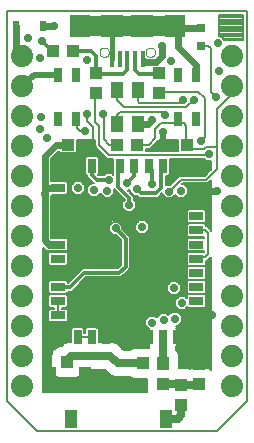
<source format=gtl>
G75*
G70*
%OFA0B0*%
%FSLAX24Y24*%
%IPPOS*%
%LPD*%
%AMOC8*
5,1,8,0,0,1.08239X$1,22.5*
%
%ADD10C,0.0080*%
%ADD11C,0.0740*%
%ADD12R,0.0433X0.0394*%
%ADD13R,0.0157X0.0531*%
%ADD14R,0.0709X0.0768*%
%ADD15R,0.0748X0.0768*%
%ADD16C,0.0000*%
%ADD17R,0.0248X0.0327*%
%ADD18R,0.0472X0.0472*%
%ADD19R,0.0472X0.0276*%
%ADD20R,0.0276X0.0472*%
%ADD21R,0.0945X0.0748*%
%ADD22R,0.0394X0.0433*%
%ADD23R,0.0256X0.0492*%
%ADD24R,0.0315X0.0315*%
%ADD25R,0.0433X0.0551*%
%ADD26R,0.0413X0.0866*%
%ADD27R,0.0394X0.0413*%
%ADD28R,0.0394X0.0591*%
%ADD29C,0.0278*%
%ADD30C,0.0060*%
%ADD31C,0.0120*%
%ADD32C,0.0240*%
%ADD33C,0.0200*%
%ADD34C,0.0320*%
%ADD35C,0.0660*%
%ADD36C,0.0160*%
%ADD37C,0.0220*%
%ADD38C,0.0250*%
D10*
X001243Y001333D02*
X002243Y000333D01*
X008243Y000333D01*
X009243Y001333D01*
X009243Y014333D01*
X001243Y014333D01*
X001243Y001333D01*
X002693Y003483D02*
X002924Y003483D01*
X002940Y003467D01*
X002693Y003483D02*
X002543Y003633D01*
X002543Y005433D01*
X002793Y005683D01*
X003010Y005683D01*
X002940Y005613D01*
X002940Y005140D02*
X002947Y005133D01*
X002940Y004668D02*
X002940Y004195D01*
X003589Y003467D02*
X004062Y003467D01*
X004534Y003467D02*
X004534Y003642D01*
X004534Y003467D02*
X005007Y003467D01*
X005479Y003467D01*
X005951Y003467D01*
X006896Y003467D02*
X006896Y003787D01*
X007093Y003983D01*
X007305Y004195D01*
X007546Y004195D01*
X007093Y003983D02*
X007546Y003530D01*
X007546Y003467D01*
X007546Y006085D02*
X007594Y006133D01*
X007843Y006133D01*
X007943Y006233D01*
X007943Y006933D01*
X007846Y007030D01*
X007546Y007030D01*
X006633Y008323D02*
X007033Y008723D01*
X007873Y008723D01*
X008233Y009083D01*
X008233Y009813D01*
X008223Y009823D01*
X007873Y009823D01*
X007803Y009753D01*
X007357Y009753D01*
X007227Y009883D01*
X007203Y009908D01*
X007203Y010513D01*
X007123Y010593D01*
X006938Y010593D01*
X006938Y010745D01*
X006938Y010593D02*
X006353Y010593D01*
X006183Y010423D01*
X006183Y010103D01*
X005963Y009883D01*
X005577Y009883D01*
X004908Y009883D02*
X004633Y009883D01*
X004453Y010063D01*
X004453Y010893D01*
X004423Y010923D01*
X004163Y010653D02*
X004293Y010523D01*
X004293Y009883D01*
X004633Y009543D01*
X007953Y009543D01*
X007973Y009563D01*
X008233Y009813D02*
X008233Y011073D01*
X008743Y011583D01*
X008743Y011833D01*
X008203Y011473D02*
X008023Y011653D01*
X008023Y013093D01*
X007928Y013188D01*
X007693Y013188D01*
X008293Y013502D02*
X008293Y014193D01*
X009103Y014193D01*
X009103Y013383D01*
X008462Y013383D01*
X008455Y013398D01*
X008388Y013466D01*
X008300Y013502D01*
X008293Y013502D01*
X008304Y013501D02*
X009103Y013501D01*
X009103Y013579D02*
X008293Y013579D01*
X008293Y013658D02*
X009103Y013658D01*
X009103Y013736D02*
X008293Y013736D01*
X008293Y013815D02*
X009103Y013815D01*
X009103Y013893D02*
X008293Y013893D01*
X008293Y013972D02*
X009103Y013972D01*
X009103Y014050D02*
X008293Y014050D01*
X008293Y014129D02*
X009103Y014129D01*
X009103Y013422D02*
X008432Y013422D01*
X007613Y011643D02*
X007823Y011433D01*
X007823Y010143D01*
X007703Y010023D01*
X007546Y009176D02*
X006896Y009176D01*
X006424Y009176D02*
X006327Y009272D01*
X006493Y010883D02*
X006393Y010983D01*
X004993Y010983D01*
X004888Y010879D01*
X004888Y010562D01*
X005143Y011133D02*
X007203Y011133D01*
X007453Y011383D01*
X007613Y011643D02*
X006337Y011643D01*
X006293Y011598D01*
X005597Y011704D02*
X005597Y011329D01*
X005643Y011283D01*
X006993Y011283D01*
X007093Y011383D01*
X005143Y011133D02*
X004888Y011387D01*
X004888Y011704D01*
X004193Y011598D02*
X004163Y011568D01*
X004163Y010653D01*
X004103Y010463D02*
X004103Y010058D01*
X003927Y009883D01*
X003927Y009578D01*
X003933Y009573D01*
X004353Y009573D01*
X004443Y009483D01*
X004443Y009267D01*
X004534Y009176D01*
X004493Y009134D01*
X004493Y008983D01*
X003933Y009573D02*
X003693Y009573D01*
X003589Y009470D01*
X003589Y009176D01*
X003593Y009179D01*
X003589Y009176D02*
X002940Y009176D01*
X002940Y007975D02*
X002940Y007502D01*
X004160Y007502D01*
X004396Y007739D01*
X004448Y007739D01*
X004643Y007933D01*
X006089Y006321D02*
X006127Y006283D01*
X002940Y007030D02*
X002940Y007502D01*
X003655Y010331D02*
X003553Y010433D01*
X003553Y010740D01*
X003548Y010745D01*
X003543Y010740D01*
X003655Y010331D02*
X003841Y010331D01*
X004103Y010463D02*
X003903Y010663D01*
X003903Y010913D01*
X003693Y013808D02*
X003668Y013833D01*
D11*
X001743Y012833D03*
X001743Y011833D03*
X001743Y010833D03*
X001743Y009833D03*
X001743Y008833D03*
X001743Y007833D03*
X001743Y006833D03*
X001743Y005833D03*
X001743Y004833D03*
X001743Y003833D03*
X001743Y002833D03*
X001743Y001833D03*
X008743Y001833D03*
X008743Y002833D03*
X008743Y003833D03*
X008743Y004833D03*
X008743Y005833D03*
X008743Y006833D03*
X008743Y007833D03*
X008743Y008833D03*
X008743Y009833D03*
X008743Y010833D03*
X008743Y011833D03*
X008743Y012833D03*
D12*
X007227Y009883D03*
X006558Y009883D03*
X006293Y011598D03*
X006293Y012268D03*
X004193Y012268D03*
X004193Y011598D03*
X003927Y009883D03*
X003258Y009883D03*
X005768Y002593D03*
X006437Y002593D03*
D13*
X005755Y012741D03*
X005499Y012741D03*
X005243Y012741D03*
X004987Y012741D03*
X004731Y012741D03*
D14*
X003668Y013833D03*
X006818Y013833D03*
D15*
X005743Y013833D03*
X004743Y013833D03*
D16*
X004318Y012967D02*
X004320Y012992D01*
X004326Y013016D01*
X004335Y013038D01*
X004348Y013059D01*
X004364Y013078D01*
X004383Y013094D01*
X004404Y013107D01*
X004426Y013116D01*
X004450Y013122D01*
X004475Y013124D01*
X004500Y013122D01*
X004524Y013116D01*
X004546Y013107D01*
X004567Y013094D01*
X004586Y013078D01*
X004602Y013059D01*
X004615Y013038D01*
X004624Y013016D01*
X004630Y012992D01*
X004632Y012967D01*
X004630Y012942D01*
X004624Y012918D01*
X004615Y012896D01*
X004602Y012875D01*
X004586Y012856D01*
X004567Y012840D01*
X004546Y012827D01*
X004524Y012818D01*
X004500Y012812D01*
X004475Y012810D01*
X004450Y012812D01*
X004426Y012818D01*
X004404Y012827D01*
X004383Y012840D01*
X004364Y012856D01*
X004348Y012875D01*
X004335Y012896D01*
X004326Y012918D01*
X004320Y012942D01*
X004318Y012967D01*
X005854Y012967D02*
X005856Y012992D01*
X005862Y013016D01*
X005871Y013038D01*
X005884Y013059D01*
X005900Y013078D01*
X005919Y013094D01*
X005940Y013107D01*
X005962Y013116D01*
X005986Y013122D01*
X006011Y013124D01*
X006036Y013122D01*
X006060Y013116D01*
X006082Y013107D01*
X006103Y013094D01*
X006122Y013078D01*
X006138Y013059D01*
X006151Y013038D01*
X006160Y013016D01*
X006166Y012992D01*
X006168Y012967D01*
X006166Y012942D01*
X006160Y012918D01*
X006151Y012896D01*
X006138Y012875D01*
X006122Y012856D01*
X006103Y012840D01*
X006082Y012827D01*
X006060Y012818D01*
X006036Y012812D01*
X006011Y012810D01*
X005986Y012812D01*
X005962Y012818D01*
X005940Y012827D01*
X005919Y012840D01*
X005900Y012856D01*
X005884Y012875D01*
X005871Y012896D01*
X005862Y012918D01*
X005856Y012942D01*
X005854Y012967D01*
D17*
X002446Y013833D03*
X001540Y013833D03*
D18*
X002940Y009176D03*
X002940Y003467D03*
X007546Y003467D03*
X007546Y009176D03*
D19*
X007546Y008447D03*
X007546Y007975D03*
X007546Y007502D03*
X007546Y007030D03*
X007546Y006557D03*
X007546Y006085D03*
X007546Y005613D03*
X007546Y005140D03*
X007546Y004668D03*
X007546Y004195D03*
X002940Y004195D03*
X002940Y004668D03*
X002940Y005140D03*
X002940Y005613D03*
X002940Y006085D03*
X002940Y006557D03*
X002940Y007030D03*
X002940Y007502D03*
X002940Y007975D03*
X002940Y008447D03*
D20*
X003589Y009176D03*
X004062Y009176D03*
X004534Y009176D03*
X005007Y009176D03*
X005479Y009176D03*
X005951Y009176D03*
X006424Y009176D03*
X006896Y009176D03*
X006896Y003467D03*
X006424Y003467D03*
X005951Y003467D03*
X005479Y003467D03*
X005007Y003467D03*
X004534Y003467D03*
X004062Y003467D03*
X003589Y003467D03*
D21*
X004396Y004904D03*
X004396Y006321D03*
X004396Y007739D03*
X006089Y007739D03*
X006089Y006321D03*
X006089Y004904D03*
D22*
X006443Y002568D03*
X006443Y001898D03*
X007043Y001888D03*
X007643Y001898D03*
X007643Y002568D03*
X007043Y001218D03*
X005577Y009883D03*
X004908Y009883D03*
X003427Y013003D03*
X002758Y013003D03*
D23*
X002938Y012221D03*
X003548Y012221D03*
X003548Y010745D03*
X002938Y010745D03*
X006938Y010745D03*
X007548Y010745D03*
X007548Y012221D03*
X006938Y012221D03*
D24*
X007693Y013188D03*
X007693Y013778D03*
D25*
X005597Y011704D03*
X004888Y011704D03*
X004888Y010562D03*
X005597Y010562D03*
D26*
X003824Y002033D03*
X002662Y002033D03*
D27*
X003243Y002634D03*
D28*
X003368Y000733D03*
X006518Y000733D03*
D29*
X005743Y001833D03*
X004793Y001833D03*
X003843Y001833D03*
X002643Y001833D03*
X002643Y002943D03*
X005943Y005503D03*
X006793Y005103D03*
X007063Y004603D03*
X006823Y004083D03*
X006453Y004033D03*
X006073Y003953D03*
X006783Y006273D03*
X005743Y007133D03*
X005313Y007873D03*
X005563Y008413D03*
X005233Y008603D03*
X004623Y008713D03*
X004583Y008343D03*
X004643Y007933D03*
X004133Y008363D03*
X003602Y008443D03*
X002493Y008253D03*
X002553Y010093D03*
X002343Y010393D03*
X002383Y010813D03*
X003903Y010913D03*
X003841Y010331D03*
X004423Y010923D03*
X003893Y012713D03*
X004643Y014033D03*
X004943Y014033D03*
X005243Y014033D03*
X005543Y014033D03*
X005843Y014033D03*
X006393Y013183D03*
X006693Y012683D03*
X007093Y011383D03*
X007453Y011383D03*
X008203Y011473D03*
X008293Y012333D03*
X008253Y013263D03*
X006493Y010883D03*
X006073Y010713D03*
X006443Y010323D03*
X007703Y010023D03*
X007973Y009563D03*
X008243Y008333D03*
X007043Y008333D03*
X006633Y008323D03*
X006643Y008713D03*
X006083Y008563D03*
X004853Y007093D03*
X008073Y004193D03*
X002343Y012783D03*
X002393Y013333D03*
X002793Y013833D03*
X001943Y013433D03*
D30*
X003565Y010033D02*
X004163Y010033D01*
X004163Y009829D01*
X004239Y009753D01*
X004579Y009413D01*
X004779Y009413D01*
X004779Y008902D01*
X004783Y008898D01*
X004783Y008877D01*
X004718Y008942D01*
X004528Y008942D01*
X004449Y008863D01*
X004295Y008863D01*
X004273Y008885D01*
X004289Y008902D01*
X004289Y009449D01*
X004237Y009502D01*
X003887Y009502D01*
X003834Y009449D01*
X003834Y008902D01*
X003887Y008849D01*
X003912Y008849D01*
X003912Y008822D01*
X004083Y008651D01*
X004142Y008592D01*
X004038Y008592D01*
X003904Y008458D01*
X003904Y008268D01*
X004038Y008134D01*
X004228Y008134D01*
X004354Y008260D01*
X004354Y008248D01*
X004488Y008114D01*
X004678Y008114D01*
X004812Y008248D01*
X004812Y008392D01*
X004871Y008333D01*
X005160Y008044D01*
X005084Y007968D01*
X005084Y007778D01*
X005218Y007644D01*
X005408Y007644D01*
X005542Y007778D01*
X005542Y007968D01*
X005463Y008047D01*
X005463Y008165D01*
X005375Y008253D01*
X005254Y008374D01*
X005328Y008374D01*
X005334Y008380D01*
X005334Y008318D01*
X005468Y008184D01*
X005580Y008184D01*
X005641Y008123D01*
X006265Y008123D01*
X006404Y008262D01*
X006404Y008228D01*
X006538Y008094D01*
X006728Y008094D01*
X006843Y008209D01*
X006948Y008104D01*
X007138Y008104D01*
X007272Y008238D01*
X007272Y008428D01*
X007138Y008562D01*
X007056Y008562D01*
X007087Y008593D01*
X007927Y008593D01*
X008043Y008709D01*
X008043Y007017D01*
X007997Y007063D01*
X007900Y007160D01*
X007872Y007160D01*
X007872Y007205D01*
X007819Y007258D01*
X007272Y007258D01*
X007220Y007205D01*
X007220Y006855D01*
X007272Y006802D01*
X007813Y006802D01*
X007813Y006785D01*
X007272Y006785D01*
X007220Y006733D01*
X007220Y006382D01*
X007272Y006330D01*
X007813Y006330D01*
X007813Y006313D01*
X007272Y006313D01*
X007220Y006260D01*
X007220Y005910D01*
X007272Y005857D01*
X007819Y005857D01*
X007872Y005910D01*
X007872Y006003D01*
X007897Y006003D01*
X007973Y006079D01*
X008043Y006149D01*
X008043Y002378D01*
X008027Y002395D01*
X007905Y002445D01*
X007380Y002445D01*
X007330Y002424D01*
X007305Y002434D01*
X006984Y002434D01*
X006984Y002856D01*
X006934Y002977D01*
X006879Y003032D01*
X006879Y003134D01*
X006892Y003165D01*
X006892Y003769D01*
X006856Y003854D01*
X006918Y003854D01*
X007052Y003988D01*
X007052Y004178D01*
X006918Y004312D01*
X006728Y004312D01*
X006613Y004197D01*
X006548Y004262D01*
X006358Y004262D01*
X006224Y004128D01*
X006224Y004126D01*
X006168Y004182D01*
X005978Y004182D01*
X005844Y004048D01*
X005844Y003858D01*
X005956Y003746D01*
X005956Y003165D01*
X005969Y003134D01*
X005969Y003120D01*
X005486Y003120D01*
X005365Y003070D01*
X005343Y003048D01*
X005121Y003048D01*
X005069Y003101D01*
X004941Y003229D01*
X004773Y003298D01*
X004289Y003298D01*
X004289Y003740D01*
X004237Y003793D01*
X003887Y003793D01*
X003834Y003740D01*
X003834Y003597D01*
X003817Y003597D01*
X003817Y003740D01*
X003764Y003793D01*
X003414Y003793D01*
X003361Y003740D01*
X003361Y003298D01*
X003277Y003298D01*
X003110Y003229D01*
X003052Y003171D01*
X002980Y003171D01*
X002859Y003121D01*
X002766Y003028D01*
X002716Y002907D01*
X002716Y002362D01*
X002766Y002241D01*
X002859Y002148D01*
X002980Y002098D01*
X003505Y002098D01*
X003627Y002148D01*
X003719Y002241D01*
X003770Y002362D01*
X003770Y002388D01*
X004494Y002388D01*
X004675Y002207D01*
X004842Y002138D01*
X005343Y002138D01*
X005365Y002116D01*
X005486Y002066D01*
X005916Y002066D01*
X005916Y001633D01*
X002443Y001633D01*
X002443Y006446D01*
X002541Y006347D01*
X002648Y006347D01*
X002666Y006330D01*
X003213Y006330D01*
X003266Y006382D01*
X003266Y006733D01*
X003213Y006785D01*
X002703Y006785D01*
X002703Y008139D01*
X002722Y008158D01*
X002722Y008219D01*
X003213Y008219D01*
X003266Y008272D01*
X003266Y008622D01*
X003213Y008675D01*
X002703Y008675D01*
X002703Y009416D01*
X002952Y009665D01*
X002952Y009649D01*
X003004Y009596D01*
X003512Y009596D01*
X003565Y009649D01*
X003565Y010033D01*
X003565Y009991D02*
X004163Y009991D01*
X004163Y009933D02*
X003565Y009933D01*
X003565Y009874D02*
X004163Y009874D01*
X004176Y009816D02*
X003565Y009816D01*
X003565Y009757D02*
X004235Y009757D01*
X004293Y009699D02*
X003565Y009699D01*
X003556Y009640D02*
X004352Y009640D01*
X004410Y009582D02*
X002868Y009582D01*
X002927Y009640D02*
X002960Y009640D01*
X002810Y009523D02*
X004469Y009523D01*
X004527Y009465D02*
X004274Y009465D01*
X004289Y009406D02*
X004779Y009406D01*
X004779Y009348D02*
X004289Y009348D01*
X004289Y009289D02*
X004779Y009289D01*
X004779Y009231D02*
X004289Y009231D01*
X004289Y009172D02*
X004779Y009172D01*
X004779Y009114D02*
X004289Y009114D01*
X004289Y009055D02*
X004779Y009055D01*
X004779Y008997D02*
X004289Y008997D01*
X004289Y008938D02*
X004524Y008938D01*
X004465Y008880D02*
X004278Y008880D01*
X004088Y008646D02*
X003723Y008646D01*
X003697Y008672D02*
X003831Y008538D01*
X003831Y008348D01*
X003697Y008214D01*
X003507Y008214D01*
X003373Y008348D01*
X003373Y008538D01*
X003507Y008672D01*
X003697Y008672D01*
X003782Y008587D02*
X004033Y008587D01*
X003974Y008529D02*
X003831Y008529D01*
X003831Y008470D02*
X003916Y008470D01*
X003904Y008412D02*
X003831Y008412D01*
X003831Y008353D02*
X003904Y008353D01*
X003904Y008295D02*
X003777Y008295D01*
X003719Y008236D02*
X003936Y008236D01*
X003994Y008178D02*
X002722Y008178D01*
X002703Y008119D02*
X004483Y008119D01*
X004424Y008178D02*
X004271Y008178D01*
X004330Y008236D02*
X004366Y008236D01*
X004683Y008119D02*
X005085Y008119D01*
X005143Y008061D02*
X002703Y008061D01*
X002703Y008002D02*
X005118Y008002D01*
X005084Y007944D02*
X002703Y007944D01*
X002703Y007885D02*
X005084Y007885D01*
X005084Y007827D02*
X002703Y007827D01*
X002703Y007768D02*
X005094Y007768D01*
X005152Y007710D02*
X002703Y007710D01*
X002703Y007651D02*
X005211Y007651D01*
X005415Y007651D02*
X007220Y007651D01*
X007220Y007677D02*
X007220Y007327D01*
X007272Y007275D01*
X007819Y007275D01*
X007872Y007327D01*
X007872Y007677D01*
X007819Y007730D01*
X007272Y007730D01*
X007220Y007677D01*
X007252Y007710D02*
X005473Y007710D01*
X005532Y007768D02*
X008043Y007768D01*
X008043Y007710D02*
X007840Y007710D01*
X007872Y007651D02*
X008043Y007651D01*
X008043Y007593D02*
X007872Y007593D01*
X007872Y007534D02*
X008043Y007534D01*
X008043Y007476D02*
X007872Y007476D01*
X007872Y007417D02*
X008043Y007417D01*
X008043Y007359D02*
X007872Y007359D01*
X007845Y007300D02*
X008043Y007300D01*
X008043Y007242D02*
X007836Y007242D01*
X007872Y007183D02*
X008043Y007183D01*
X008043Y007125D02*
X007935Y007125D01*
X007994Y007066D02*
X008043Y007066D01*
X008043Y007827D02*
X005542Y007827D01*
X005542Y007885D02*
X008043Y007885D01*
X008043Y007944D02*
X005542Y007944D01*
X005508Y008002D02*
X008043Y008002D01*
X008043Y008061D02*
X005463Y008061D01*
X005463Y008119D02*
X006513Y008119D01*
X006454Y008178D02*
X006319Y008178D01*
X006378Y008236D02*
X006404Y008236D01*
X006523Y008537D02*
X006523Y008849D01*
X006599Y008849D01*
X006652Y008902D01*
X006652Y009413D01*
X007799Y009413D01*
X007878Y009334D01*
X008043Y009334D01*
X008043Y009077D01*
X007819Y008853D01*
X006979Y008853D01*
X006678Y008552D01*
X006538Y008552D01*
X006523Y008537D01*
X006523Y008587D02*
X006713Y008587D01*
X006771Y008646D02*
X006523Y008646D01*
X006523Y008704D02*
X006830Y008704D01*
X006888Y008763D02*
X006523Y008763D01*
X006523Y008821D02*
X006947Y008821D01*
X007081Y008587D02*
X008043Y008587D01*
X008043Y008529D02*
X007171Y008529D01*
X007230Y008470D02*
X008043Y008470D01*
X008043Y008412D02*
X007272Y008412D01*
X007272Y008353D02*
X008043Y008353D01*
X008043Y008295D02*
X007272Y008295D01*
X007270Y008236D02*
X008043Y008236D01*
X008043Y008178D02*
X007211Y008178D01*
X007153Y008119D02*
X008043Y008119D01*
X008043Y008646D02*
X007979Y008646D01*
X008038Y008704D02*
X008043Y008704D01*
X007845Y008880D02*
X006629Y008880D01*
X006652Y008938D02*
X007904Y008938D01*
X007962Y008997D02*
X006652Y008997D01*
X006652Y009055D02*
X008021Y009055D01*
X008043Y009114D02*
X006652Y009114D01*
X006652Y009172D02*
X008043Y009172D01*
X008043Y009231D02*
X006652Y009231D01*
X006652Y009289D02*
X008043Y009289D01*
X007864Y009348D02*
X006652Y009348D01*
X006652Y009406D02*
X007806Y009406D01*
X006921Y009673D02*
X005864Y009673D01*
X005864Y009753D01*
X006017Y009753D01*
X006237Y009973D01*
X006297Y010033D01*
X006921Y010033D01*
X006921Y009673D01*
X006921Y009699D02*
X005864Y009699D01*
X006021Y009757D02*
X006921Y009757D01*
X006921Y009816D02*
X006079Y009816D01*
X006138Y009874D02*
X006921Y009874D01*
X006921Y009933D02*
X006196Y009933D01*
X006255Y009991D02*
X006921Y009991D01*
X006874Y008178D02*
X006811Y008178D01*
X006753Y008119D02*
X006933Y008119D01*
X007220Y007593D02*
X002703Y007593D01*
X002703Y007534D02*
X007220Y007534D01*
X007220Y007476D02*
X002703Y007476D01*
X002703Y007417D02*
X007220Y007417D01*
X007220Y007359D02*
X005841Y007359D01*
X005838Y007362D02*
X005648Y007362D01*
X005514Y007228D01*
X005514Y007038D01*
X005648Y006904D01*
X005838Y006904D01*
X005972Y007038D01*
X005972Y007228D01*
X005838Y007362D01*
X005900Y007300D02*
X007247Y007300D01*
X007256Y007242D02*
X005958Y007242D01*
X005972Y007183D02*
X007220Y007183D01*
X007220Y007125D02*
X005972Y007125D01*
X005972Y007066D02*
X007220Y007066D01*
X007220Y007008D02*
X005941Y007008D01*
X005883Y006949D02*
X007220Y006949D01*
X007220Y006891D02*
X005267Y006891D01*
X005209Y006949D02*
X005603Y006949D01*
X005544Y007008D02*
X005150Y007008D01*
X005092Y007066D02*
X005514Y007066D01*
X005514Y007125D02*
X005082Y007125D01*
X005082Y007076D02*
X005082Y007188D01*
X004948Y007322D01*
X004758Y007322D01*
X004624Y007188D01*
X004624Y006998D01*
X004758Y006864D01*
X004870Y006864D01*
X005043Y006691D01*
X005043Y005885D01*
X004921Y005763D01*
X003751Y005763D01*
X003278Y005290D01*
X003266Y005290D01*
X003266Y005315D01*
X003213Y005368D01*
X002666Y005368D01*
X002613Y005315D01*
X002613Y004965D01*
X002666Y004912D01*
X003213Y004912D01*
X003266Y004965D01*
X003266Y004990D01*
X003402Y004990D01*
X003875Y005463D01*
X005045Y005463D01*
X005255Y005673D01*
X005343Y005761D01*
X005343Y006815D01*
X005082Y007076D01*
X005082Y007183D02*
X005514Y007183D01*
X005527Y007242D02*
X005028Y007242D01*
X004970Y007300D02*
X005586Y007300D01*
X005644Y007359D02*
X002703Y007359D01*
X002703Y007300D02*
X004736Y007300D01*
X004677Y007242D02*
X002703Y007242D01*
X002703Y007183D02*
X004624Y007183D01*
X004624Y007125D02*
X002703Y007125D01*
X002703Y007066D02*
X004624Y007066D01*
X004624Y007008D02*
X002703Y007008D01*
X002703Y006949D02*
X004673Y006949D01*
X004731Y006891D02*
X002703Y006891D01*
X002703Y006832D02*
X004902Y006832D01*
X004960Y006774D02*
X003225Y006774D01*
X003266Y006715D02*
X005019Y006715D01*
X005043Y006657D02*
X003266Y006657D01*
X003266Y006598D02*
X005043Y006598D01*
X005043Y006540D02*
X003266Y006540D01*
X003266Y006481D02*
X005043Y006481D01*
X005043Y006423D02*
X003266Y006423D01*
X003248Y006364D02*
X005043Y006364D01*
X005043Y006306D02*
X003220Y006306D01*
X003213Y006313D02*
X003266Y006260D01*
X003266Y005910D01*
X003213Y005857D01*
X002666Y005857D01*
X002613Y005910D01*
X002613Y006260D01*
X002666Y006313D01*
X003213Y006313D01*
X003266Y006247D02*
X005043Y006247D01*
X005043Y006189D02*
X003266Y006189D01*
X003266Y006130D02*
X005043Y006130D01*
X005043Y006072D02*
X003266Y006072D01*
X003266Y006013D02*
X005043Y006013D01*
X005043Y005955D02*
X003266Y005955D01*
X003252Y005896D02*
X005043Y005896D01*
X004995Y005838D02*
X002443Y005838D01*
X002443Y005896D02*
X002627Y005896D01*
X002613Y005955D02*
X002443Y005955D01*
X002443Y006013D02*
X002613Y006013D01*
X002613Y006072D02*
X002443Y006072D01*
X002443Y006130D02*
X002613Y006130D01*
X002613Y006189D02*
X002443Y006189D01*
X002443Y006247D02*
X002613Y006247D01*
X002659Y006306D02*
X002443Y006306D01*
X002443Y006364D02*
X002525Y006364D01*
X002466Y006423D02*
X002443Y006423D01*
X002443Y005779D02*
X004937Y005779D01*
X005127Y005545D02*
X007220Y005545D01*
X007220Y005487D02*
X005068Y005487D01*
X005185Y005604D02*
X007220Y005604D01*
X007220Y005662D02*
X005244Y005662D01*
X005255Y005673D02*
X005255Y005673D01*
X005302Y005721D02*
X007220Y005721D01*
X007220Y005779D02*
X005343Y005779D01*
X005343Y005838D02*
X007270Y005838D01*
X007272Y005840D02*
X007220Y005788D01*
X007220Y005438D01*
X007272Y005385D01*
X007819Y005385D01*
X007872Y005438D01*
X007872Y005788D01*
X007819Y005840D01*
X007272Y005840D01*
X007234Y005896D02*
X005343Y005896D01*
X005343Y005955D02*
X007220Y005955D01*
X007220Y006013D02*
X005343Y006013D01*
X005343Y006072D02*
X007220Y006072D01*
X007220Y006130D02*
X005343Y006130D01*
X005343Y006189D02*
X007220Y006189D01*
X007220Y006247D02*
X005343Y006247D01*
X005343Y006306D02*
X007265Y006306D01*
X007238Y006364D02*
X005343Y006364D01*
X005343Y006423D02*
X007220Y006423D01*
X007220Y006481D02*
X005343Y006481D01*
X005343Y006540D02*
X007220Y006540D01*
X007220Y006598D02*
X005343Y006598D01*
X005343Y006657D02*
X007220Y006657D01*
X007220Y006715D02*
X005343Y006715D01*
X005343Y006774D02*
X007261Y006774D01*
X007242Y006832D02*
X005326Y006832D01*
X005450Y008178D02*
X005586Y008178D01*
X005416Y008236D02*
X005392Y008236D01*
X005375Y008253D02*
X005375Y008253D01*
X005357Y008295D02*
X005333Y008295D01*
X005334Y008353D02*
X005275Y008353D01*
X005026Y008178D02*
X004741Y008178D01*
X004800Y008236D02*
X004968Y008236D01*
X004909Y008295D02*
X004812Y008295D01*
X004812Y008353D02*
X004851Y008353D01*
X004871Y008333D02*
X004871Y008333D01*
X004780Y008880D02*
X004783Y008880D01*
X004779Y008938D02*
X004722Y008938D01*
X004030Y008704D02*
X002703Y008704D01*
X002703Y008763D02*
X003971Y008763D01*
X003913Y008821D02*
X002703Y008821D01*
X002703Y008880D02*
X003856Y008880D01*
X003834Y008938D02*
X002703Y008938D01*
X002703Y008997D02*
X003834Y008997D01*
X003834Y009055D02*
X002703Y009055D01*
X002703Y009114D02*
X003834Y009114D01*
X003834Y009172D02*
X002703Y009172D01*
X002703Y009231D02*
X003834Y009231D01*
X003834Y009289D02*
X002703Y009289D01*
X002703Y009348D02*
X003834Y009348D01*
X003834Y009406D02*
X002703Y009406D01*
X002751Y009465D02*
X003849Y009465D01*
X003480Y008646D02*
X003243Y008646D01*
X003266Y008587D02*
X003422Y008587D01*
X003373Y008529D02*
X003266Y008529D01*
X003266Y008470D02*
X003373Y008470D01*
X003373Y008412D02*
X003266Y008412D01*
X003266Y008353D02*
X003373Y008353D01*
X003426Y008295D02*
X003266Y008295D01*
X003230Y008236D02*
X003485Y008236D01*
X003708Y005721D02*
X002443Y005721D01*
X002443Y005662D02*
X003650Y005662D01*
X003591Y005604D02*
X002443Y005604D01*
X002443Y005545D02*
X003533Y005545D01*
X003474Y005487D02*
X002443Y005487D01*
X002443Y005428D02*
X003416Y005428D01*
X003357Y005370D02*
X002443Y005370D01*
X002443Y005311D02*
X002613Y005311D01*
X002613Y005253D02*
X002443Y005253D01*
X002443Y005194D02*
X002613Y005194D01*
X002613Y005136D02*
X002443Y005136D01*
X002443Y005077D02*
X002613Y005077D01*
X002613Y005019D02*
X002443Y005019D01*
X002443Y004960D02*
X002618Y004960D01*
X002666Y004896D02*
X002613Y004843D01*
X002613Y004493D01*
X002666Y004440D01*
X002810Y004440D01*
X002810Y004423D01*
X002666Y004423D01*
X002613Y004370D01*
X002613Y004020D01*
X002666Y003967D01*
X003213Y003967D01*
X003266Y004020D01*
X003266Y004370D01*
X003213Y004423D01*
X003070Y004423D01*
X003070Y004440D01*
X003213Y004440D01*
X003266Y004493D01*
X003266Y004843D01*
X003213Y004896D01*
X002666Y004896D01*
X002614Y004843D02*
X002443Y004843D01*
X002443Y004785D02*
X002613Y004785D01*
X002613Y004726D02*
X002443Y004726D01*
X002443Y004668D02*
X002613Y004668D01*
X002613Y004609D02*
X002443Y004609D01*
X002443Y004551D02*
X002613Y004551D01*
X002614Y004492D02*
X002443Y004492D01*
X002443Y004434D02*
X002810Y004434D01*
X002618Y004375D02*
X002443Y004375D01*
X002443Y004317D02*
X002613Y004317D01*
X002613Y004258D02*
X002443Y004258D01*
X002443Y004200D02*
X002613Y004200D01*
X002613Y004141D02*
X002443Y004141D01*
X002443Y004083D02*
X002613Y004083D01*
X002613Y004024D02*
X002443Y004024D01*
X002443Y003966D02*
X005844Y003966D01*
X005844Y004024D02*
X003266Y004024D01*
X003266Y004083D02*
X005878Y004083D01*
X005937Y004141D02*
X003266Y004141D01*
X003266Y004200D02*
X006295Y004200D01*
X006354Y004258D02*
X003266Y004258D01*
X003266Y004317D02*
X008043Y004317D01*
X008043Y004375D02*
X007159Y004375D01*
X007158Y004374D02*
X007248Y004464D01*
X007272Y004440D01*
X007819Y004440D01*
X007872Y004493D01*
X007872Y004843D01*
X008043Y004843D01*
X008043Y004785D02*
X007872Y004785D01*
X007872Y004843D02*
X007819Y004896D01*
X007272Y004896D01*
X007220Y004843D01*
X003266Y004843D01*
X003266Y004785D02*
X006920Y004785D01*
X006968Y004832D02*
X006834Y004698D01*
X006834Y004508D01*
X006968Y004374D01*
X007158Y004374D01*
X007217Y004434D02*
X008043Y004434D01*
X008043Y004492D02*
X007872Y004492D01*
X007872Y004551D02*
X008043Y004551D01*
X008043Y004609D02*
X007872Y004609D01*
X007872Y004668D02*
X008043Y004668D01*
X008043Y004726D02*
X007872Y004726D01*
X007819Y004912D02*
X007872Y004965D01*
X007872Y005315D01*
X007819Y005368D01*
X007272Y005368D01*
X007220Y005315D01*
X007220Y004965D01*
X007272Y004912D01*
X007819Y004912D01*
X007867Y004960D02*
X008043Y004960D01*
X008043Y004902D02*
X006915Y004902D01*
X006888Y004874D02*
X007022Y005008D01*
X007022Y005198D01*
X006888Y005332D01*
X006698Y005332D01*
X006564Y005198D01*
X006564Y005008D01*
X006698Y004874D01*
X006888Y004874D01*
X006968Y004832D02*
X007158Y004832D01*
X007220Y004770D01*
X007220Y004843D01*
X007220Y004785D02*
X007205Y004785D01*
X007225Y004960D02*
X006974Y004960D01*
X007022Y005019D02*
X007220Y005019D01*
X007220Y005077D02*
X007022Y005077D01*
X007022Y005136D02*
X007220Y005136D01*
X007220Y005194D02*
X007022Y005194D01*
X006967Y005253D02*
X007220Y005253D01*
X007220Y005311D02*
X006909Y005311D01*
X006677Y005311D02*
X003723Y005311D01*
X003664Y005253D02*
X006618Y005253D01*
X006564Y005194D02*
X003606Y005194D01*
X003547Y005136D02*
X006564Y005136D01*
X006564Y005077D02*
X003489Y005077D01*
X003430Y005019D02*
X006564Y005019D01*
X006612Y004960D02*
X003261Y004960D01*
X003266Y004726D02*
X006862Y004726D01*
X006834Y004668D02*
X003266Y004668D01*
X003266Y004609D02*
X006834Y004609D01*
X006834Y004551D02*
X003266Y004551D01*
X003265Y004492D02*
X006850Y004492D01*
X006908Y004434D02*
X003070Y004434D01*
X003261Y004375D02*
X006967Y004375D01*
X006972Y004258D02*
X008043Y004258D01*
X008043Y004200D02*
X007030Y004200D01*
X007052Y004141D02*
X008043Y004141D01*
X008043Y004083D02*
X007052Y004083D01*
X007052Y004024D02*
X008043Y004024D01*
X008043Y003966D02*
X007029Y003966D01*
X006971Y003907D02*
X008043Y003907D01*
X008043Y003849D02*
X006859Y003849D01*
X006883Y003790D02*
X008043Y003790D01*
X008043Y003732D02*
X006892Y003732D01*
X006892Y003673D02*
X008043Y003673D01*
X008043Y003615D02*
X006892Y003615D01*
X006892Y003556D02*
X008043Y003556D01*
X008043Y003498D02*
X006892Y003498D01*
X006892Y003439D02*
X008043Y003439D01*
X008043Y003381D02*
X006892Y003381D01*
X006892Y003322D02*
X008043Y003322D01*
X008043Y003264D02*
X006892Y003264D01*
X006892Y003205D02*
X008043Y003205D01*
X008043Y003147D02*
X006884Y003147D01*
X006879Y003088D02*
X008043Y003088D01*
X008043Y003030D02*
X006881Y003030D01*
X006936Y002971D02*
X008043Y002971D01*
X008043Y002913D02*
X006960Y002913D01*
X006984Y002854D02*
X008043Y002854D01*
X008043Y002796D02*
X006984Y002796D01*
X006984Y002737D02*
X008043Y002737D01*
X008043Y002679D02*
X006984Y002679D01*
X006984Y002620D02*
X008043Y002620D01*
X008043Y002562D02*
X006984Y002562D01*
X006984Y002503D02*
X008043Y002503D01*
X008043Y002445D02*
X007906Y002445D01*
X008035Y002386D02*
X008043Y002386D01*
X007379Y002445D02*
X006984Y002445D01*
X005964Y003147D02*
X005023Y003147D01*
X004964Y003205D02*
X005956Y003205D01*
X005956Y003264D02*
X004857Y003264D01*
X005081Y003088D02*
X005409Y003088D01*
X005912Y003790D02*
X004240Y003790D01*
X004289Y003732D02*
X005956Y003732D01*
X005956Y003673D02*
X004289Y003673D01*
X004289Y003615D02*
X005956Y003615D01*
X005956Y003556D02*
X004289Y003556D01*
X004289Y003498D02*
X005956Y003498D01*
X005956Y003439D02*
X004289Y003439D01*
X004289Y003381D02*
X005956Y003381D01*
X005956Y003322D02*
X004289Y003322D01*
X003834Y003615D02*
X003817Y003615D01*
X003817Y003673D02*
X003834Y003673D01*
X003834Y003732D02*
X003817Y003732D01*
X003767Y003790D02*
X003884Y003790D01*
X003411Y003790D02*
X002443Y003790D01*
X002443Y003732D02*
X003361Y003732D01*
X003361Y003673D02*
X002443Y003673D01*
X002443Y003615D02*
X003361Y003615D01*
X003361Y003556D02*
X002443Y003556D01*
X002443Y003498D02*
X003361Y003498D01*
X003361Y003439D02*
X002443Y003439D01*
X002443Y003381D02*
X003361Y003381D01*
X003361Y003322D02*
X002443Y003322D01*
X002443Y003264D02*
X003194Y003264D01*
X003086Y003205D02*
X002443Y003205D01*
X002443Y003147D02*
X002921Y003147D01*
X002826Y003088D02*
X002443Y003088D01*
X002443Y003030D02*
X002768Y003030D01*
X002743Y002971D02*
X002443Y002971D01*
X002443Y002913D02*
X002718Y002913D01*
X002716Y002854D02*
X002443Y002854D01*
X002443Y002796D02*
X002716Y002796D01*
X002716Y002737D02*
X002443Y002737D01*
X002443Y002679D02*
X002716Y002679D01*
X002716Y002620D02*
X002443Y002620D01*
X002443Y002562D02*
X002716Y002562D01*
X002716Y002503D02*
X002443Y002503D01*
X002443Y002445D02*
X002716Y002445D01*
X002716Y002386D02*
X002443Y002386D01*
X002443Y002328D02*
X002730Y002328D01*
X002754Y002269D02*
X002443Y002269D01*
X002443Y002211D02*
X002796Y002211D01*
X002855Y002152D02*
X002443Y002152D01*
X002443Y002094D02*
X005420Y002094D01*
X005916Y002035D02*
X002443Y002035D01*
X002443Y001977D02*
X005916Y001977D01*
X005916Y001918D02*
X002443Y001918D01*
X002443Y001860D02*
X005916Y001860D01*
X005916Y001801D02*
X002443Y001801D01*
X002443Y001743D02*
X005916Y001743D01*
X005916Y001684D02*
X002443Y001684D01*
X003631Y002152D02*
X004808Y002152D01*
X004672Y002211D02*
X003689Y002211D01*
X003731Y002269D02*
X004613Y002269D01*
X004555Y002328D02*
X003755Y002328D01*
X003770Y002386D02*
X004496Y002386D01*
X005853Y003849D02*
X002443Y003849D01*
X002443Y003907D02*
X005844Y003907D01*
X006209Y004141D02*
X006237Y004141D01*
X006552Y004258D02*
X006674Y004258D01*
X006615Y004200D02*
X006610Y004200D01*
X006670Y004902D02*
X002443Y004902D01*
X003266Y005311D02*
X003299Y005311D01*
X003781Y005370D02*
X008043Y005370D01*
X008043Y005428D02*
X007863Y005428D01*
X007872Y005487D02*
X008043Y005487D01*
X008043Y005545D02*
X007872Y005545D01*
X007872Y005604D02*
X008043Y005604D01*
X008043Y005662D02*
X007872Y005662D01*
X007872Y005721D02*
X008043Y005721D01*
X008043Y005779D02*
X007872Y005779D01*
X007822Y005838D02*
X008043Y005838D01*
X008043Y005896D02*
X007858Y005896D01*
X007872Y005955D02*
X008043Y005955D01*
X008043Y006013D02*
X007907Y006013D01*
X007965Y006072D02*
X008043Y006072D01*
X008043Y006130D02*
X008024Y006130D01*
X008043Y005311D02*
X007872Y005311D01*
X007872Y005253D02*
X008043Y005253D01*
X008043Y005194D02*
X007872Y005194D01*
X007872Y005136D02*
X008043Y005136D01*
X008043Y005077D02*
X007872Y005077D01*
X007872Y005019D02*
X008043Y005019D01*
X007229Y005428D02*
X003840Y005428D01*
D31*
X003813Y005613D02*
X004983Y005613D01*
X005193Y005823D01*
X005193Y006753D01*
X004853Y007093D01*
X005313Y007873D02*
X005313Y008103D01*
X004933Y008483D01*
X004933Y009102D01*
X005007Y009176D01*
X004623Y008713D02*
X004233Y008713D01*
X004062Y008884D01*
X004062Y009176D01*
X005233Y008603D02*
X005479Y008849D01*
X005479Y009176D01*
X005951Y009176D02*
X006083Y009044D01*
X006083Y008563D01*
X006203Y008273D02*
X006373Y008443D01*
X006373Y009124D01*
X006424Y009176D01*
X006203Y008273D02*
X005703Y008273D01*
X005563Y008413D01*
X003813Y005613D02*
X003340Y005140D01*
X002940Y005140D01*
X004227Y012233D02*
X004193Y012268D01*
X004193Y012843D01*
X004033Y013003D01*
X003427Y013003D01*
X002758Y013003D02*
X002723Y013003D01*
X002393Y013333D01*
X004227Y012233D02*
X005093Y012233D01*
X005243Y012383D01*
X005243Y012741D01*
X005499Y012741D02*
X005499Y012377D01*
X005643Y012233D01*
X006258Y012233D01*
X006293Y012268D01*
X006818Y013778D02*
X006818Y013833D01*
D32*
X006943Y013708D01*
X006943Y013133D01*
X007548Y012528D01*
X007548Y012221D01*
X007693Y013778D02*
X006872Y013778D01*
X006818Y013833D01*
X006073Y010713D02*
X005922Y010562D01*
X005597Y010562D01*
X007546Y008447D02*
X007660Y008333D01*
X008243Y008333D01*
X007546Y008447D02*
X007546Y007975D01*
X007546Y004195D02*
X008071Y004195D01*
X008073Y004193D01*
X003258Y009883D02*
X002873Y009883D01*
X002493Y009503D01*
X002493Y008453D01*
X002934Y008453D01*
X002940Y008447D01*
X002493Y008453D02*
X002493Y008253D01*
X002493Y006693D01*
X002628Y006557D01*
X002940Y006557D01*
X001743Y012833D02*
X001540Y013036D01*
X001540Y013833D01*
X002446Y013833D02*
X002793Y013833D01*
D33*
X002938Y012221D02*
X002131Y012221D01*
X001743Y011833D01*
X006443Y010323D02*
X006443Y009998D01*
X006558Y009883D01*
D34*
X003693Y013808D02*
X003718Y013833D01*
D35*
X004743Y013833D01*
X006818Y013833D01*
D36*
X005755Y012741D02*
X005852Y012643D01*
X005862Y012643D01*
X004731Y012741D02*
X004731Y013821D01*
X004743Y013833D01*
X004743Y013933D01*
X004643Y014033D01*
X006437Y002593D02*
X006443Y002593D01*
D37*
X006203Y012643D02*
X005862Y012643D01*
X006203Y012643D02*
X006393Y012833D01*
X006393Y013183D01*
D38*
X006424Y003467D02*
X006424Y002607D01*
X006437Y002593D01*
X006443Y002593D02*
X006443Y002568D01*
X006443Y001898D02*
X007032Y001898D01*
X007043Y001888D01*
X007632Y001888D01*
X007643Y001898D01*
X007043Y001218D02*
X007043Y000858D01*
X006918Y000733D01*
X006518Y000733D01*
X005768Y002593D02*
X004933Y002593D01*
X004683Y002843D01*
X003368Y002843D01*
X003243Y002718D01*
X003243Y002634D01*
M02*

</source>
